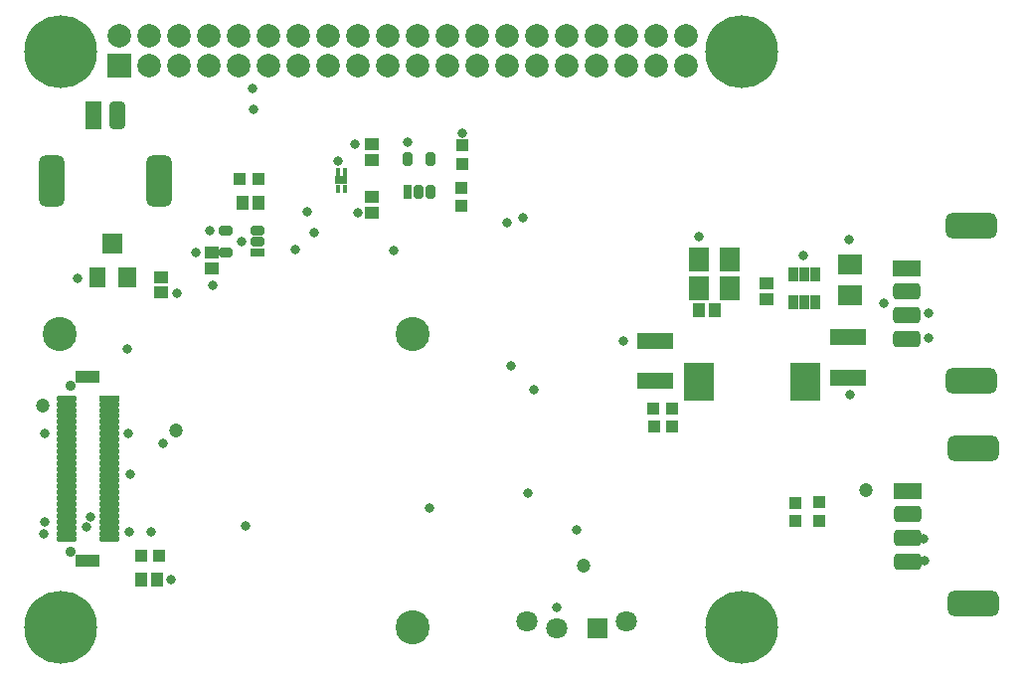
<source format=gts>
G04*
G04 #@! TF.GenerationSoftware,Altium Limited,Altium Designer,18.1.6 (161)*
G04*
G04 Layer_Color=8388736*
%FSLAX25Y25*%
%MOIN*%
G70*
G01*
G75*
%ADD43R,0.03950X0.03950*%
%ADD44R,0.04147X0.04147*%
%ADD45R,0.04147X0.04147*%
%ADD46R,0.03950X0.03950*%
%ADD47R,0.04537X0.04143*%
%ADD48R,0.03359X0.05131*%
G04:AMPARAMS|DCode=49|XSize=55.24mil|YSize=94.61mil|CornerRadius=15.81mil|HoleSize=0mil|Usage=FLASHONLY|Rotation=270.000|XOffset=0mil|YOffset=0mil|HoleType=Round|Shape=RoundedRectangle|*
%AMROUNDEDRECTD49*
21,1,0.05524,0.06299,0,0,270.0*
21,1,0.02362,0.09461,0,0,270.0*
1,1,0.03162,-0.03150,-0.01181*
1,1,0.03162,-0.03150,0.01181*
1,1,0.03162,0.03150,0.01181*
1,1,0.03162,0.03150,-0.01181*
%
%ADD49ROUNDEDRECTD49*%
%ADD50R,0.09461X0.05524*%
G04:AMPARAMS|DCode=51|XSize=86.74mil|YSize=173.35mil|CornerRadius=23.68mil|HoleSize=0mil|Usage=FLASHONLY|Rotation=270.000|XOffset=0mil|YOffset=0mil|HoleType=Round|Shape=RoundedRectangle|*
%AMROUNDEDRECTD51*
21,1,0.08674,0.12598,0,0,270.0*
21,1,0.03937,0.17335,0,0,270.0*
1,1,0.04737,-0.06299,-0.01968*
1,1,0.04737,-0.06299,0.01968*
1,1,0.04737,0.06299,0.01968*
1,1,0.04737,0.06299,-0.01968*
%
%ADD51ROUNDEDRECTD51*%
%ADD52R,0.07887X0.03950*%
%ADD53O,0.07099X0.01981*%
%ADD54R,0.07099X0.01981*%
%ADD55R,0.04737X0.03162*%
G04:AMPARAMS|DCode=56|XSize=31.62mil|YSize=47.37mil|CornerRadius=9.91mil|HoleSize=0mil|Usage=FLASHONLY|Rotation=270.000|XOffset=0mil|YOffset=0mil|HoleType=Round|Shape=RoundedRectangle|*
%AMROUNDEDRECTD56*
21,1,0.03162,0.02756,0,0,270.0*
21,1,0.01181,0.04737,0,0,270.0*
1,1,0.01981,-0.01378,-0.00591*
1,1,0.01981,-0.01378,0.00591*
1,1,0.01981,0.01378,0.00591*
1,1,0.01981,0.01378,-0.00591*
%
%ADD56ROUNDEDRECTD56*%
%ADD57R,0.10446X0.13005*%
%ADD58R,0.06706X0.08083*%
%ADD59R,0.12217X0.05721*%
%ADD60R,0.04143X0.04537*%
%ADD61R,0.08083X0.06706*%
G04:AMPARAMS|DCode=62|XSize=31.62mil|YSize=47.37mil|CornerRadius=9.91mil|HoleSize=0mil|Usage=FLASHONLY|Rotation=180.000|XOffset=0mil|YOffset=0mil|HoleType=Round|Shape=RoundedRectangle|*
%AMROUNDEDRECTD62*
21,1,0.03162,0.02756,0,0,180.0*
21,1,0.01181,0.04737,0,0,180.0*
1,1,0.01981,-0.00591,0.01378*
1,1,0.01981,0.00591,0.01378*
1,1,0.01981,0.00591,-0.01378*
1,1,0.01981,-0.00591,-0.01378*
%
%ADD62ROUNDEDRECTD62*%
%ADD63R,0.03162X0.04737*%
%ADD64R,0.05918X0.07099*%
%ADD65R,0.05718X0.06899*%
%ADD66R,0.07099X0.07099*%
G04:AMPARAMS|DCode=67|XSize=55.24mil|YSize=94.61mil|CornerRadius=15.81mil|HoleSize=0mil|Usage=FLASHONLY|Rotation=0.000|XOffset=0mil|YOffset=0mil|HoleType=Round|Shape=RoundedRectangle|*
%AMROUNDEDRECTD67*
21,1,0.05524,0.06299,0,0,0.0*
21,1,0.02362,0.09461,0,0,0.0*
1,1,0.03162,0.01181,-0.03150*
1,1,0.03162,-0.01181,-0.03150*
1,1,0.03162,-0.01181,0.03150*
1,1,0.03162,0.01181,0.03150*
%
%ADD67ROUNDEDRECTD67*%
%ADD68R,0.05524X0.09461*%
G04:AMPARAMS|DCode=69|XSize=86.74mil|YSize=173.35mil|CornerRadius=23.68mil|HoleSize=0mil|Usage=FLASHONLY|Rotation=0.000|XOffset=0mil|YOffset=0mil|HoleType=Round|Shape=RoundedRectangle|*
%AMROUNDEDRECTD69*
21,1,0.08674,0.12598,0,0,0.0*
21,1,0.03937,0.17335,0,0,0.0*
1,1,0.04737,0.01968,-0.06299*
1,1,0.04737,-0.01968,-0.06299*
1,1,0.04737,-0.01968,0.06299*
1,1,0.04737,0.01968,0.06299*
%
%ADD69ROUNDEDRECTD69*%
%ADD70R,0.04186X0.02769*%
%ADD71R,0.01784X0.02769*%
%ADD72C,0.24422*%
%ADD73C,0.07887*%
%ADD74R,0.07887X0.07887*%
%ADD75C,0.07099*%
%ADD76C,0.03556*%
%ADD77C,0.11430*%
%ADD78C,0.03162*%
%ADD79C,0.04737*%
D43*
X246114Y41535D02*
D03*
Y35630D02*
D03*
D44*
X254367Y35827D02*
D03*
Y41929D02*
D03*
X134743Y155488D02*
D03*
Y161590D02*
D03*
X134252Y141217D02*
D03*
Y147319D02*
D03*
D45*
X198713Y73343D02*
D03*
X204815D02*
D03*
X26969Y24016D02*
D03*
X33071D02*
D03*
X60039Y150394D02*
D03*
X66142D02*
D03*
D46*
X198902Y67405D02*
D03*
X204807D02*
D03*
D47*
X50492Y120366D02*
D03*
Y125681D02*
D03*
X236710Y110138D02*
D03*
Y115453D02*
D03*
X104331Y144390D02*
D03*
Y139075D02*
D03*
X104331Y161909D02*
D03*
Y156595D02*
D03*
X33465Y117512D02*
D03*
Y112197D02*
D03*
D48*
X245472Y118504D02*
D03*
X249213D02*
D03*
X252953D02*
D03*
Y109055D02*
D03*
X249213D02*
D03*
X245472D02*
D03*
D49*
X283465Y112598D02*
D03*
Y104724D02*
D03*
Y96850D02*
D03*
X283957Y22146D02*
D03*
Y30020D02*
D03*
Y37894D02*
D03*
D50*
X283465Y120473D02*
D03*
X283957Y45768D02*
D03*
D51*
X305433Y134646D02*
D03*
Y82677D02*
D03*
X305925Y7972D02*
D03*
Y59941D02*
D03*
D52*
X9055Y83858D02*
D03*
Y22441D02*
D03*
D53*
X1969Y76772D02*
D03*
Y74803D02*
D03*
Y72835D02*
D03*
Y70866D02*
D03*
Y68898D02*
D03*
Y66929D02*
D03*
Y64961D02*
D03*
Y62992D02*
D03*
Y61024D02*
D03*
Y59055D02*
D03*
Y57087D02*
D03*
Y55118D02*
D03*
Y53150D02*
D03*
Y51181D02*
D03*
Y49213D02*
D03*
Y47244D02*
D03*
Y45276D02*
D03*
Y43307D02*
D03*
Y41339D02*
D03*
Y39370D02*
D03*
Y37402D02*
D03*
Y35433D02*
D03*
Y33465D02*
D03*
Y31496D02*
D03*
Y29528D02*
D03*
X16142D02*
D03*
Y31496D02*
D03*
Y33465D02*
D03*
Y35433D02*
D03*
Y37402D02*
D03*
Y39370D02*
D03*
Y41339D02*
D03*
Y43307D02*
D03*
Y45276D02*
D03*
Y47244D02*
D03*
Y49213D02*
D03*
Y51181D02*
D03*
Y53150D02*
D03*
Y55118D02*
D03*
Y57087D02*
D03*
Y59055D02*
D03*
Y61024D02*
D03*
Y62992D02*
D03*
Y64961D02*
D03*
Y66929D02*
D03*
Y68898D02*
D03*
Y70866D02*
D03*
Y72835D02*
D03*
Y74803D02*
D03*
D54*
Y76772D02*
D03*
D55*
X66043Y125681D02*
D03*
D56*
Y129421D02*
D03*
Y133161D02*
D03*
X55216D02*
D03*
Y125681D02*
D03*
D57*
X249581Y82284D02*
D03*
X213951D02*
D03*
D58*
X213951Y123519D02*
D03*
X224385D02*
D03*
X224384Y113779D02*
D03*
X213951D02*
D03*
D59*
X199213Y82579D02*
D03*
Y96161D02*
D03*
X263779Y97342D02*
D03*
Y83760D02*
D03*
D60*
X219193Y106299D02*
D03*
X213878D02*
D03*
X32382Y16142D02*
D03*
X27067D02*
D03*
X60827Y142323D02*
D03*
X66142D02*
D03*
D61*
X264567Y111319D02*
D03*
Y121752D02*
D03*
D62*
X116339Y156988D02*
D03*
X123819D02*
D03*
Y146161D02*
D03*
X120079D02*
D03*
D63*
X116339D02*
D03*
D64*
X22441Y117217D02*
D03*
D65*
X12441D02*
D03*
D66*
X17441Y128634D02*
D03*
X179921Y-315D02*
D03*
D67*
X18898Y171653D02*
D03*
D68*
X11024D02*
D03*
D69*
X-3150Y149685D02*
D03*
X33071D02*
D03*
D70*
X94095Y149976D02*
D03*
D71*
X95276Y147122D02*
D03*
X92913D02*
D03*
Y152791D02*
D03*
X95276D02*
D03*
D72*
X0Y0D02*
D03*
X228346D02*
D03*
Y192913D02*
D03*
X0D02*
D03*
D73*
X19764Y198189D02*
D03*
X29764Y188189D02*
D03*
Y198189D02*
D03*
X39764Y188189D02*
D03*
Y198189D02*
D03*
X49764Y188189D02*
D03*
Y198189D02*
D03*
X59764Y188189D02*
D03*
Y198189D02*
D03*
X69764Y188189D02*
D03*
Y198189D02*
D03*
X79764Y188189D02*
D03*
Y198189D02*
D03*
X89764Y188189D02*
D03*
Y198189D02*
D03*
X99764Y188189D02*
D03*
Y198189D02*
D03*
X109764Y188189D02*
D03*
Y198189D02*
D03*
X119764Y188189D02*
D03*
Y198189D02*
D03*
X129764Y188189D02*
D03*
Y198189D02*
D03*
X139764Y188189D02*
D03*
Y198189D02*
D03*
X149764Y188189D02*
D03*
Y198189D02*
D03*
X159764Y188189D02*
D03*
Y198189D02*
D03*
X169764Y188189D02*
D03*
Y198189D02*
D03*
X179764Y188189D02*
D03*
Y198189D02*
D03*
X189764Y188189D02*
D03*
Y198189D02*
D03*
X199764Y188189D02*
D03*
Y198189D02*
D03*
X209764Y188189D02*
D03*
Y198189D02*
D03*
D74*
X19764Y188189D02*
D03*
D75*
X166142Y-315D02*
D03*
X189764Y2165D02*
D03*
X156299D02*
D03*
D76*
X3150Y80905D02*
D03*
Y25394D02*
D03*
D77*
X-295Y98425D02*
D03*
X117815D02*
D03*
Y0D02*
D03*
X-295D02*
D03*
D78*
X123575Y39961D02*
D03*
X37008Y16142D02*
D03*
X30256Y31890D02*
D03*
X99606Y139075D02*
D03*
X92913Y156201D02*
D03*
X60630Y129421D02*
D03*
X10039Y37008D02*
D03*
X-5512Y35236D02*
D03*
X-5652Y31201D02*
D03*
X8563Y33760D02*
D03*
X5512Y117079D02*
D03*
X50787Y114665D02*
D03*
X39075Y112106D02*
D03*
X64370Y180709D02*
D03*
X64468Y173819D02*
D03*
X78740Y126772D02*
D03*
X23130Y51378D02*
D03*
X22244Y93405D02*
D03*
X264469Y77953D02*
D03*
X290846Y97146D02*
D03*
Y105409D02*
D03*
X166339Y6644D02*
D03*
X213943Y130905D02*
D03*
X188484Y96063D02*
D03*
X45177Y125681D02*
D03*
X111516Y126476D02*
D03*
X155020Y137205D02*
D03*
X158563Y79626D02*
D03*
X150886Y87697D02*
D03*
X156618Y45153D02*
D03*
X289469Y22244D02*
D03*
X289330Y29520D02*
D03*
X134743Y165847D02*
D03*
X98622Y162008D02*
D03*
X50098Y133161D02*
D03*
X-5512Y64941D02*
D03*
X22719Y65158D02*
D03*
X22835Y31890D02*
D03*
X61811Y33858D02*
D03*
X172835Y32677D02*
D03*
X275984Y108735D02*
D03*
X149764Y135827D02*
D03*
X249016Y124803D02*
D03*
X264173Y129921D02*
D03*
X116142Y162598D02*
D03*
X82677Y139445D02*
D03*
X34252Y61811D02*
D03*
X85039Y132283D02*
D03*
D79*
X-6103Y74216D02*
D03*
X270079Y46063D02*
D03*
X175197Y20586D02*
D03*
X38583Y66142D02*
D03*
M02*

</source>
